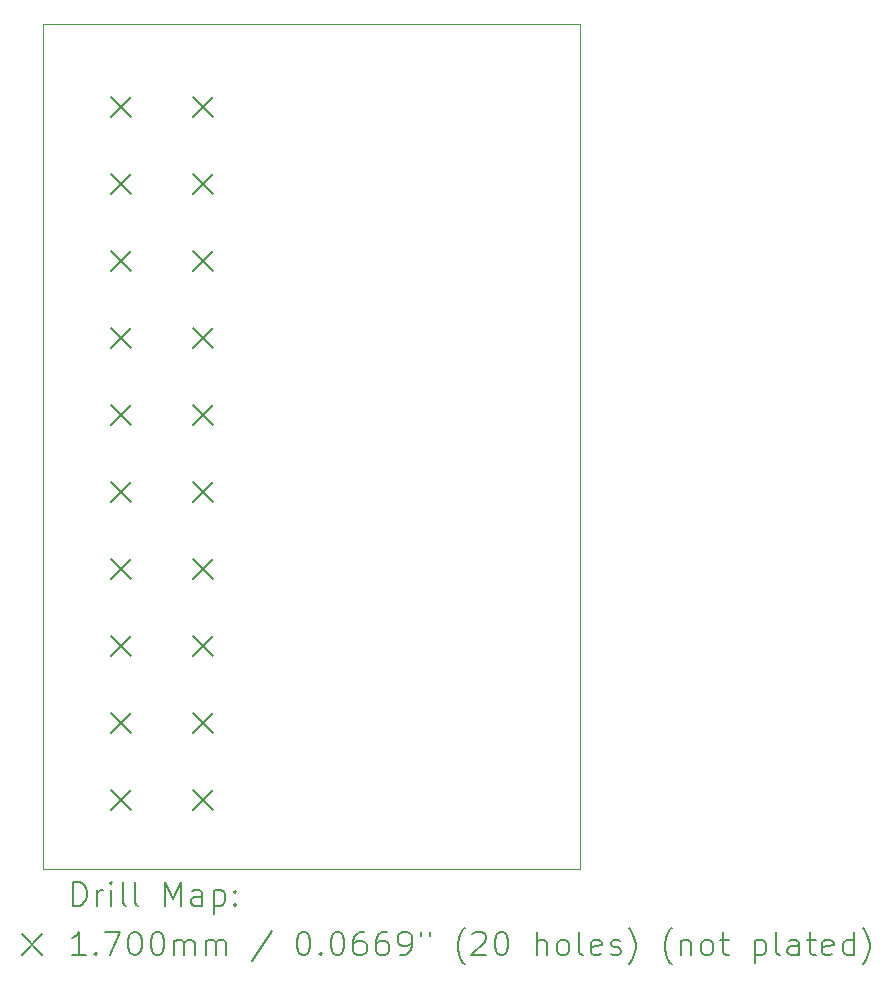
<source format=gbr>
%TF.GenerationSoftware,KiCad,Pcbnew,8.0.1*%
%TF.CreationDate,2024-03-31T18:38:25-05:00*%
%TF.ProjectId,dinoctopus_v2,64696e6f-6374-46f7-9075-735f76322e6b,rev?*%
%TF.SameCoordinates,Original*%
%TF.FileFunction,Drillmap*%
%TF.FilePolarity,Positive*%
%FSLAX45Y45*%
G04 Gerber Fmt 4.5, Leading zero omitted, Abs format (unit mm)*
G04 Created by KiCad (PCBNEW 8.0.1) date 2024-03-31 18:38:25*
%MOMM*%
%LPD*%
G01*
G04 APERTURE LIST*
%ADD10C,0.050000*%
%ADD11C,0.200000*%
%ADD12C,0.170000*%
G04 APERTURE END LIST*
D10*
X2650000Y-2950000D02*
X7200000Y-2950000D01*
X7200000Y-10100000D01*
X2650000Y-10100000D01*
X2650000Y-2950000D01*
D11*
D12*
X3225000Y-3565000D02*
X3395000Y-3735000D01*
X3395000Y-3565000D02*
X3225000Y-3735000D01*
X3225000Y-4217222D02*
X3395000Y-4387222D01*
X3395000Y-4217222D02*
X3225000Y-4387222D01*
X3225000Y-4869444D02*
X3395000Y-5039444D01*
X3395000Y-4869444D02*
X3225000Y-5039444D01*
X3225000Y-5521667D02*
X3395000Y-5691667D01*
X3395000Y-5521667D02*
X3225000Y-5691667D01*
X3225000Y-6173889D02*
X3395000Y-6343889D01*
X3395000Y-6173889D02*
X3225000Y-6343889D01*
X3225000Y-6826111D02*
X3395000Y-6996111D01*
X3395000Y-6826111D02*
X3225000Y-6996111D01*
X3225000Y-7478333D02*
X3395000Y-7648333D01*
X3395000Y-7478333D02*
X3225000Y-7648333D01*
X3225000Y-8130555D02*
X3395000Y-8300555D01*
X3395000Y-8130555D02*
X3225000Y-8300555D01*
X3225000Y-8782778D02*
X3395000Y-8952778D01*
X3395000Y-8782778D02*
X3225000Y-8952778D01*
X3225000Y-9435000D02*
X3395000Y-9605000D01*
X3395000Y-9435000D02*
X3225000Y-9605000D01*
X3925000Y-3565000D02*
X4095000Y-3735000D01*
X4095000Y-3565000D02*
X3925000Y-3735000D01*
X3925000Y-4217222D02*
X4095000Y-4387222D01*
X4095000Y-4217222D02*
X3925000Y-4387222D01*
X3925000Y-4869444D02*
X4095000Y-5039444D01*
X4095000Y-4869444D02*
X3925000Y-5039444D01*
X3925000Y-5521667D02*
X4095000Y-5691667D01*
X4095000Y-5521667D02*
X3925000Y-5691667D01*
X3925000Y-6173889D02*
X4095000Y-6343889D01*
X4095000Y-6173889D02*
X3925000Y-6343889D01*
X3925000Y-6826111D02*
X4095000Y-6996111D01*
X4095000Y-6826111D02*
X3925000Y-6996111D01*
X3925000Y-7478333D02*
X4095000Y-7648333D01*
X4095000Y-7478333D02*
X3925000Y-7648333D01*
X3925000Y-8130555D02*
X4095000Y-8300555D01*
X4095000Y-8130555D02*
X3925000Y-8300555D01*
X3925000Y-8782778D02*
X4095000Y-8952778D01*
X4095000Y-8782778D02*
X3925000Y-8952778D01*
X3925000Y-9435000D02*
X4095000Y-9605000D01*
X4095000Y-9435000D02*
X3925000Y-9605000D01*
D11*
X2908277Y-10413984D02*
X2908277Y-10213984D01*
X2908277Y-10213984D02*
X2955896Y-10213984D01*
X2955896Y-10213984D02*
X2984467Y-10223508D01*
X2984467Y-10223508D02*
X3003515Y-10242555D01*
X3003515Y-10242555D02*
X3013039Y-10261603D01*
X3013039Y-10261603D02*
X3022562Y-10299698D01*
X3022562Y-10299698D02*
X3022562Y-10328270D01*
X3022562Y-10328270D02*
X3013039Y-10366365D01*
X3013039Y-10366365D02*
X3003515Y-10385412D01*
X3003515Y-10385412D02*
X2984467Y-10404460D01*
X2984467Y-10404460D02*
X2955896Y-10413984D01*
X2955896Y-10413984D02*
X2908277Y-10413984D01*
X3108277Y-10413984D02*
X3108277Y-10280650D01*
X3108277Y-10318746D02*
X3117801Y-10299698D01*
X3117801Y-10299698D02*
X3127324Y-10290174D01*
X3127324Y-10290174D02*
X3146372Y-10280650D01*
X3146372Y-10280650D02*
X3165420Y-10280650D01*
X3232086Y-10413984D02*
X3232086Y-10280650D01*
X3232086Y-10213984D02*
X3222562Y-10223508D01*
X3222562Y-10223508D02*
X3232086Y-10233031D01*
X3232086Y-10233031D02*
X3241610Y-10223508D01*
X3241610Y-10223508D02*
X3232086Y-10213984D01*
X3232086Y-10213984D02*
X3232086Y-10233031D01*
X3355896Y-10413984D02*
X3336848Y-10404460D01*
X3336848Y-10404460D02*
X3327324Y-10385412D01*
X3327324Y-10385412D02*
X3327324Y-10213984D01*
X3460658Y-10413984D02*
X3441610Y-10404460D01*
X3441610Y-10404460D02*
X3432086Y-10385412D01*
X3432086Y-10385412D02*
X3432086Y-10213984D01*
X3689229Y-10413984D02*
X3689229Y-10213984D01*
X3689229Y-10213984D02*
X3755896Y-10356841D01*
X3755896Y-10356841D02*
X3822562Y-10213984D01*
X3822562Y-10213984D02*
X3822562Y-10413984D01*
X4003515Y-10413984D02*
X4003515Y-10309222D01*
X4003515Y-10309222D02*
X3993991Y-10290174D01*
X3993991Y-10290174D02*
X3974943Y-10280650D01*
X3974943Y-10280650D02*
X3936848Y-10280650D01*
X3936848Y-10280650D02*
X3917801Y-10290174D01*
X4003515Y-10404460D02*
X3984467Y-10413984D01*
X3984467Y-10413984D02*
X3936848Y-10413984D01*
X3936848Y-10413984D02*
X3917801Y-10404460D01*
X3917801Y-10404460D02*
X3908277Y-10385412D01*
X3908277Y-10385412D02*
X3908277Y-10366365D01*
X3908277Y-10366365D02*
X3917801Y-10347317D01*
X3917801Y-10347317D02*
X3936848Y-10337793D01*
X3936848Y-10337793D02*
X3984467Y-10337793D01*
X3984467Y-10337793D02*
X4003515Y-10328270D01*
X4098753Y-10280650D02*
X4098753Y-10480650D01*
X4098753Y-10290174D02*
X4117801Y-10280650D01*
X4117801Y-10280650D02*
X4155896Y-10280650D01*
X4155896Y-10280650D02*
X4174943Y-10290174D01*
X4174943Y-10290174D02*
X4184467Y-10299698D01*
X4184467Y-10299698D02*
X4193991Y-10318746D01*
X4193991Y-10318746D02*
X4193991Y-10375889D01*
X4193991Y-10375889D02*
X4184467Y-10394936D01*
X4184467Y-10394936D02*
X4174943Y-10404460D01*
X4174943Y-10404460D02*
X4155896Y-10413984D01*
X4155896Y-10413984D02*
X4117801Y-10413984D01*
X4117801Y-10413984D02*
X4098753Y-10404460D01*
X4279705Y-10394936D02*
X4289229Y-10404460D01*
X4289229Y-10404460D02*
X4279705Y-10413984D01*
X4279705Y-10413984D02*
X4270182Y-10404460D01*
X4270182Y-10404460D02*
X4279705Y-10394936D01*
X4279705Y-10394936D02*
X4279705Y-10413984D01*
X4279705Y-10290174D02*
X4289229Y-10299698D01*
X4289229Y-10299698D02*
X4279705Y-10309222D01*
X4279705Y-10309222D02*
X4270182Y-10299698D01*
X4270182Y-10299698D02*
X4279705Y-10290174D01*
X4279705Y-10290174D02*
X4279705Y-10309222D01*
D12*
X2477500Y-10657500D02*
X2647500Y-10827500D01*
X2647500Y-10657500D02*
X2477500Y-10827500D01*
D11*
X3013039Y-10833984D02*
X2898753Y-10833984D01*
X2955896Y-10833984D02*
X2955896Y-10633984D01*
X2955896Y-10633984D02*
X2936848Y-10662555D01*
X2936848Y-10662555D02*
X2917801Y-10681603D01*
X2917801Y-10681603D02*
X2898753Y-10691127D01*
X3098753Y-10814936D02*
X3108277Y-10824460D01*
X3108277Y-10824460D02*
X3098753Y-10833984D01*
X3098753Y-10833984D02*
X3089229Y-10824460D01*
X3089229Y-10824460D02*
X3098753Y-10814936D01*
X3098753Y-10814936D02*
X3098753Y-10833984D01*
X3174943Y-10633984D02*
X3308277Y-10633984D01*
X3308277Y-10633984D02*
X3222562Y-10833984D01*
X3422562Y-10633984D02*
X3441610Y-10633984D01*
X3441610Y-10633984D02*
X3460658Y-10643508D01*
X3460658Y-10643508D02*
X3470182Y-10653031D01*
X3470182Y-10653031D02*
X3479705Y-10672079D01*
X3479705Y-10672079D02*
X3489229Y-10710174D01*
X3489229Y-10710174D02*
X3489229Y-10757793D01*
X3489229Y-10757793D02*
X3479705Y-10795889D01*
X3479705Y-10795889D02*
X3470182Y-10814936D01*
X3470182Y-10814936D02*
X3460658Y-10824460D01*
X3460658Y-10824460D02*
X3441610Y-10833984D01*
X3441610Y-10833984D02*
X3422562Y-10833984D01*
X3422562Y-10833984D02*
X3403515Y-10824460D01*
X3403515Y-10824460D02*
X3393991Y-10814936D01*
X3393991Y-10814936D02*
X3384467Y-10795889D01*
X3384467Y-10795889D02*
X3374943Y-10757793D01*
X3374943Y-10757793D02*
X3374943Y-10710174D01*
X3374943Y-10710174D02*
X3384467Y-10672079D01*
X3384467Y-10672079D02*
X3393991Y-10653031D01*
X3393991Y-10653031D02*
X3403515Y-10643508D01*
X3403515Y-10643508D02*
X3422562Y-10633984D01*
X3613039Y-10633984D02*
X3632086Y-10633984D01*
X3632086Y-10633984D02*
X3651134Y-10643508D01*
X3651134Y-10643508D02*
X3660658Y-10653031D01*
X3660658Y-10653031D02*
X3670182Y-10672079D01*
X3670182Y-10672079D02*
X3679705Y-10710174D01*
X3679705Y-10710174D02*
X3679705Y-10757793D01*
X3679705Y-10757793D02*
X3670182Y-10795889D01*
X3670182Y-10795889D02*
X3660658Y-10814936D01*
X3660658Y-10814936D02*
X3651134Y-10824460D01*
X3651134Y-10824460D02*
X3632086Y-10833984D01*
X3632086Y-10833984D02*
X3613039Y-10833984D01*
X3613039Y-10833984D02*
X3593991Y-10824460D01*
X3593991Y-10824460D02*
X3584467Y-10814936D01*
X3584467Y-10814936D02*
X3574943Y-10795889D01*
X3574943Y-10795889D02*
X3565420Y-10757793D01*
X3565420Y-10757793D02*
X3565420Y-10710174D01*
X3565420Y-10710174D02*
X3574943Y-10672079D01*
X3574943Y-10672079D02*
X3584467Y-10653031D01*
X3584467Y-10653031D02*
X3593991Y-10643508D01*
X3593991Y-10643508D02*
X3613039Y-10633984D01*
X3765420Y-10833984D02*
X3765420Y-10700650D01*
X3765420Y-10719698D02*
X3774943Y-10710174D01*
X3774943Y-10710174D02*
X3793991Y-10700650D01*
X3793991Y-10700650D02*
X3822563Y-10700650D01*
X3822563Y-10700650D02*
X3841610Y-10710174D01*
X3841610Y-10710174D02*
X3851134Y-10729222D01*
X3851134Y-10729222D02*
X3851134Y-10833984D01*
X3851134Y-10729222D02*
X3860658Y-10710174D01*
X3860658Y-10710174D02*
X3879705Y-10700650D01*
X3879705Y-10700650D02*
X3908277Y-10700650D01*
X3908277Y-10700650D02*
X3927324Y-10710174D01*
X3927324Y-10710174D02*
X3936848Y-10729222D01*
X3936848Y-10729222D02*
X3936848Y-10833984D01*
X4032086Y-10833984D02*
X4032086Y-10700650D01*
X4032086Y-10719698D02*
X4041610Y-10710174D01*
X4041610Y-10710174D02*
X4060658Y-10700650D01*
X4060658Y-10700650D02*
X4089229Y-10700650D01*
X4089229Y-10700650D02*
X4108277Y-10710174D01*
X4108277Y-10710174D02*
X4117801Y-10729222D01*
X4117801Y-10729222D02*
X4117801Y-10833984D01*
X4117801Y-10729222D02*
X4127324Y-10710174D01*
X4127324Y-10710174D02*
X4146372Y-10700650D01*
X4146372Y-10700650D02*
X4174943Y-10700650D01*
X4174943Y-10700650D02*
X4193991Y-10710174D01*
X4193991Y-10710174D02*
X4203515Y-10729222D01*
X4203515Y-10729222D02*
X4203515Y-10833984D01*
X4593991Y-10624460D02*
X4422563Y-10881603D01*
X4851134Y-10633984D02*
X4870182Y-10633984D01*
X4870182Y-10633984D02*
X4889229Y-10643508D01*
X4889229Y-10643508D02*
X4898753Y-10653031D01*
X4898753Y-10653031D02*
X4908277Y-10672079D01*
X4908277Y-10672079D02*
X4917801Y-10710174D01*
X4917801Y-10710174D02*
X4917801Y-10757793D01*
X4917801Y-10757793D02*
X4908277Y-10795889D01*
X4908277Y-10795889D02*
X4898753Y-10814936D01*
X4898753Y-10814936D02*
X4889229Y-10824460D01*
X4889229Y-10824460D02*
X4870182Y-10833984D01*
X4870182Y-10833984D02*
X4851134Y-10833984D01*
X4851134Y-10833984D02*
X4832087Y-10824460D01*
X4832087Y-10824460D02*
X4822563Y-10814936D01*
X4822563Y-10814936D02*
X4813039Y-10795889D01*
X4813039Y-10795889D02*
X4803515Y-10757793D01*
X4803515Y-10757793D02*
X4803515Y-10710174D01*
X4803515Y-10710174D02*
X4813039Y-10672079D01*
X4813039Y-10672079D02*
X4822563Y-10653031D01*
X4822563Y-10653031D02*
X4832087Y-10643508D01*
X4832087Y-10643508D02*
X4851134Y-10633984D01*
X5003515Y-10814936D02*
X5013039Y-10824460D01*
X5013039Y-10824460D02*
X5003515Y-10833984D01*
X5003515Y-10833984D02*
X4993991Y-10824460D01*
X4993991Y-10824460D02*
X5003515Y-10814936D01*
X5003515Y-10814936D02*
X5003515Y-10833984D01*
X5136848Y-10633984D02*
X5155896Y-10633984D01*
X5155896Y-10633984D02*
X5174944Y-10643508D01*
X5174944Y-10643508D02*
X5184468Y-10653031D01*
X5184468Y-10653031D02*
X5193991Y-10672079D01*
X5193991Y-10672079D02*
X5203515Y-10710174D01*
X5203515Y-10710174D02*
X5203515Y-10757793D01*
X5203515Y-10757793D02*
X5193991Y-10795889D01*
X5193991Y-10795889D02*
X5184468Y-10814936D01*
X5184468Y-10814936D02*
X5174944Y-10824460D01*
X5174944Y-10824460D02*
X5155896Y-10833984D01*
X5155896Y-10833984D02*
X5136848Y-10833984D01*
X5136848Y-10833984D02*
X5117801Y-10824460D01*
X5117801Y-10824460D02*
X5108277Y-10814936D01*
X5108277Y-10814936D02*
X5098753Y-10795889D01*
X5098753Y-10795889D02*
X5089229Y-10757793D01*
X5089229Y-10757793D02*
X5089229Y-10710174D01*
X5089229Y-10710174D02*
X5098753Y-10672079D01*
X5098753Y-10672079D02*
X5108277Y-10653031D01*
X5108277Y-10653031D02*
X5117801Y-10643508D01*
X5117801Y-10643508D02*
X5136848Y-10633984D01*
X5374944Y-10633984D02*
X5336848Y-10633984D01*
X5336848Y-10633984D02*
X5317801Y-10643508D01*
X5317801Y-10643508D02*
X5308277Y-10653031D01*
X5308277Y-10653031D02*
X5289229Y-10681603D01*
X5289229Y-10681603D02*
X5279706Y-10719698D01*
X5279706Y-10719698D02*
X5279706Y-10795889D01*
X5279706Y-10795889D02*
X5289229Y-10814936D01*
X5289229Y-10814936D02*
X5298753Y-10824460D01*
X5298753Y-10824460D02*
X5317801Y-10833984D01*
X5317801Y-10833984D02*
X5355896Y-10833984D01*
X5355896Y-10833984D02*
X5374944Y-10824460D01*
X5374944Y-10824460D02*
X5384468Y-10814936D01*
X5384468Y-10814936D02*
X5393991Y-10795889D01*
X5393991Y-10795889D02*
X5393991Y-10748270D01*
X5393991Y-10748270D02*
X5384468Y-10729222D01*
X5384468Y-10729222D02*
X5374944Y-10719698D01*
X5374944Y-10719698D02*
X5355896Y-10710174D01*
X5355896Y-10710174D02*
X5317801Y-10710174D01*
X5317801Y-10710174D02*
X5298753Y-10719698D01*
X5298753Y-10719698D02*
X5289229Y-10729222D01*
X5289229Y-10729222D02*
X5279706Y-10748270D01*
X5565420Y-10633984D02*
X5527325Y-10633984D01*
X5527325Y-10633984D02*
X5508277Y-10643508D01*
X5508277Y-10643508D02*
X5498753Y-10653031D01*
X5498753Y-10653031D02*
X5479706Y-10681603D01*
X5479706Y-10681603D02*
X5470182Y-10719698D01*
X5470182Y-10719698D02*
X5470182Y-10795889D01*
X5470182Y-10795889D02*
X5479706Y-10814936D01*
X5479706Y-10814936D02*
X5489229Y-10824460D01*
X5489229Y-10824460D02*
X5508277Y-10833984D01*
X5508277Y-10833984D02*
X5546372Y-10833984D01*
X5546372Y-10833984D02*
X5565420Y-10824460D01*
X5565420Y-10824460D02*
X5574944Y-10814936D01*
X5574944Y-10814936D02*
X5584468Y-10795889D01*
X5584468Y-10795889D02*
X5584468Y-10748270D01*
X5584468Y-10748270D02*
X5574944Y-10729222D01*
X5574944Y-10729222D02*
X5565420Y-10719698D01*
X5565420Y-10719698D02*
X5546372Y-10710174D01*
X5546372Y-10710174D02*
X5508277Y-10710174D01*
X5508277Y-10710174D02*
X5489229Y-10719698D01*
X5489229Y-10719698D02*
X5479706Y-10729222D01*
X5479706Y-10729222D02*
X5470182Y-10748270D01*
X5679706Y-10833984D02*
X5717801Y-10833984D01*
X5717801Y-10833984D02*
X5736848Y-10824460D01*
X5736848Y-10824460D02*
X5746372Y-10814936D01*
X5746372Y-10814936D02*
X5765420Y-10786365D01*
X5765420Y-10786365D02*
X5774944Y-10748270D01*
X5774944Y-10748270D02*
X5774944Y-10672079D01*
X5774944Y-10672079D02*
X5765420Y-10653031D01*
X5765420Y-10653031D02*
X5755896Y-10643508D01*
X5755896Y-10643508D02*
X5736848Y-10633984D01*
X5736848Y-10633984D02*
X5698753Y-10633984D01*
X5698753Y-10633984D02*
X5679706Y-10643508D01*
X5679706Y-10643508D02*
X5670182Y-10653031D01*
X5670182Y-10653031D02*
X5660658Y-10672079D01*
X5660658Y-10672079D02*
X5660658Y-10719698D01*
X5660658Y-10719698D02*
X5670182Y-10738746D01*
X5670182Y-10738746D02*
X5679706Y-10748270D01*
X5679706Y-10748270D02*
X5698753Y-10757793D01*
X5698753Y-10757793D02*
X5736848Y-10757793D01*
X5736848Y-10757793D02*
X5755896Y-10748270D01*
X5755896Y-10748270D02*
X5765420Y-10738746D01*
X5765420Y-10738746D02*
X5774944Y-10719698D01*
X5851134Y-10633984D02*
X5851134Y-10672079D01*
X5927325Y-10633984D02*
X5927325Y-10672079D01*
X6222563Y-10910174D02*
X6213039Y-10900650D01*
X6213039Y-10900650D02*
X6193991Y-10872079D01*
X6193991Y-10872079D02*
X6184468Y-10853031D01*
X6184468Y-10853031D02*
X6174944Y-10824460D01*
X6174944Y-10824460D02*
X6165420Y-10776841D01*
X6165420Y-10776841D02*
X6165420Y-10738746D01*
X6165420Y-10738746D02*
X6174944Y-10691127D01*
X6174944Y-10691127D02*
X6184468Y-10662555D01*
X6184468Y-10662555D02*
X6193991Y-10643508D01*
X6193991Y-10643508D02*
X6213039Y-10614936D01*
X6213039Y-10614936D02*
X6222563Y-10605412D01*
X6289229Y-10653031D02*
X6298753Y-10643508D01*
X6298753Y-10643508D02*
X6317801Y-10633984D01*
X6317801Y-10633984D02*
X6365420Y-10633984D01*
X6365420Y-10633984D02*
X6384468Y-10643508D01*
X6384468Y-10643508D02*
X6393991Y-10653031D01*
X6393991Y-10653031D02*
X6403515Y-10672079D01*
X6403515Y-10672079D02*
X6403515Y-10691127D01*
X6403515Y-10691127D02*
X6393991Y-10719698D01*
X6393991Y-10719698D02*
X6279706Y-10833984D01*
X6279706Y-10833984D02*
X6403515Y-10833984D01*
X6527325Y-10633984D02*
X6546372Y-10633984D01*
X6546372Y-10633984D02*
X6565420Y-10643508D01*
X6565420Y-10643508D02*
X6574944Y-10653031D01*
X6574944Y-10653031D02*
X6584468Y-10672079D01*
X6584468Y-10672079D02*
X6593991Y-10710174D01*
X6593991Y-10710174D02*
X6593991Y-10757793D01*
X6593991Y-10757793D02*
X6584468Y-10795889D01*
X6584468Y-10795889D02*
X6574944Y-10814936D01*
X6574944Y-10814936D02*
X6565420Y-10824460D01*
X6565420Y-10824460D02*
X6546372Y-10833984D01*
X6546372Y-10833984D02*
X6527325Y-10833984D01*
X6527325Y-10833984D02*
X6508277Y-10824460D01*
X6508277Y-10824460D02*
X6498753Y-10814936D01*
X6498753Y-10814936D02*
X6489229Y-10795889D01*
X6489229Y-10795889D02*
X6479706Y-10757793D01*
X6479706Y-10757793D02*
X6479706Y-10710174D01*
X6479706Y-10710174D02*
X6489229Y-10672079D01*
X6489229Y-10672079D02*
X6498753Y-10653031D01*
X6498753Y-10653031D02*
X6508277Y-10643508D01*
X6508277Y-10643508D02*
X6527325Y-10633984D01*
X6832087Y-10833984D02*
X6832087Y-10633984D01*
X6917801Y-10833984D02*
X6917801Y-10729222D01*
X6917801Y-10729222D02*
X6908277Y-10710174D01*
X6908277Y-10710174D02*
X6889230Y-10700650D01*
X6889230Y-10700650D02*
X6860658Y-10700650D01*
X6860658Y-10700650D02*
X6841610Y-10710174D01*
X6841610Y-10710174D02*
X6832087Y-10719698D01*
X7041610Y-10833984D02*
X7022563Y-10824460D01*
X7022563Y-10824460D02*
X7013039Y-10814936D01*
X7013039Y-10814936D02*
X7003515Y-10795889D01*
X7003515Y-10795889D02*
X7003515Y-10738746D01*
X7003515Y-10738746D02*
X7013039Y-10719698D01*
X7013039Y-10719698D02*
X7022563Y-10710174D01*
X7022563Y-10710174D02*
X7041610Y-10700650D01*
X7041610Y-10700650D02*
X7070182Y-10700650D01*
X7070182Y-10700650D02*
X7089230Y-10710174D01*
X7089230Y-10710174D02*
X7098753Y-10719698D01*
X7098753Y-10719698D02*
X7108277Y-10738746D01*
X7108277Y-10738746D02*
X7108277Y-10795889D01*
X7108277Y-10795889D02*
X7098753Y-10814936D01*
X7098753Y-10814936D02*
X7089230Y-10824460D01*
X7089230Y-10824460D02*
X7070182Y-10833984D01*
X7070182Y-10833984D02*
X7041610Y-10833984D01*
X7222563Y-10833984D02*
X7203515Y-10824460D01*
X7203515Y-10824460D02*
X7193991Y-10805412D01*
X7193991Y-10805412D02*
X7193991Y-10633984D01*
X7374944Y-10824460D02*
X7355896Y-10833984D01*
X7355896Y-10833984D02*
X7317801Y-10833984D01*
X7317801Y-10833984D02*
X7298753Y-10824460D01*
X7298753Y-10824460D02*
X7289230Y-10805412D01*
X7289230Y-10805412D02*
X7289230Y-10729222D01*
X7289230Y-10729222D02*
X7298753Y-10710174D01*
X7298753Y-10710174D02*
X7317801Y-10700650D01*
X7317801Y-10700650D02*
X7355896Y-10700650D01*
X7355896Y-10700650D02*
X7374944Y-10710174D01*
X7374944Y-10710174D02*
X7384468Y-10729222D01*
X7384468Y-10729222D02*
X7384468Y-10748270D01*
X7384468Y-10748270D02*
X7289230Y-10767317D01*
X7460658Y-10824460D02*
X7479706Y-10833984D01*
X7479706Y-10833984D02*
X7517801Y-10833984D01*
X7517801Y-10833984D02*
X7536849Y-10824460D01*
X7536849Y-10824460D02*
X7546372Y-10805412D01*
X7546372Y-10805412D02*
X7546372Y-10795889D01*
X7546372Y-10795889D02*
X7536849Y-10776841D01*
X7536849Y-10776841D02*
X7517801Y-10767317D01*
X7517801Y-10767317D02*
X7489230Y-10767317D01*
X7489230Y-10767317D02*
X7470182Y-10757793D01*
X7470182Y-10757793D02*
X7460658Y-10738746D01*
X7460658Y-10738746D02*
X7460658Y-10729222D01*
X7460658Y-10729222D02*
X7470182Y-10710174D01*
X7470182Y-10710174D02*
X7489230Y-10700650D01*
X7489230Y-10700650D02*
X7517801Y-10700650D01*
X7517801Y-10700650D02*
X7536849Y-10710174D01*
X7613039Y-10910174D02*
X7622563Y-10900650D01*
X7622563Y-10900650D02*
X7641611Y-10872079D01*
X7641611Y-10872079D02*
X7651134Y-10853031D01*
X7651134Y-10853031D02*
X7660658Y-10824460D01*
X7660658Y-10824460D02*
X7670182Y-10776841D01*
X7670182Y-10776841D02*
X7670182Y-10738746D01*
X7670182Y-10738746D02*
X7660658Y-10691127D01*
X7660658Y-10691127D02*
X7651134Y-10662555D01*
X7651134Y-10662555D02*
X7641611Y-10643508D01*
X7641611Y-10643508D02*
X7622563Y-10614936D01*
X7622563Y-10614936D02*
X7613039Y-10605412D01*
X7974944Y-10910174D02*
X7965420Y-10900650D01*
X7965420Y-10900650D02*
X7946372Y-10872079D01*
X7946372Y-10872079D02*
X7936849Y-10853031D01*
X7936849Y-10853031D02*
X7927325Y-10824460D01*
X7927325Y-10824460D02*
X7917801Y-10776841D01*
X7917801Y-10776841D02*
X7917801Y-10738746D01*
X7917801Y-10738746D02*
X7927325Y-10691127D01*
X7927325Y-10691127D02*
X7936849Y-10662555D01*
X7936849Y-10662555D02*
X7946372Y-10643508D01*
X7946372Y-10643508D02*
X7965420Y-10614936D01*
X7965420Y-10614936D02*
X7974944Y-10605412D01*
X8051134Y-10700650D02*
X8051134Y-10833984D01*
X8051134Y-10719698D02*
X8060658Y-10710174D01*
X8060658Y-10710174D02*
X8079706Y-10700650D01*
X8079706Y-10700650D02*
X8108277Y-10700650D01*
X8108277Y-10700650D02*
X8127325Y-10710174D01*
X8127325Y-10710174D02*
X8136849Y-10729222D01*
X8136849Y-10729222D02*
X8136849Y-10833984D01*
X8260658Y-10833984D02*
X8241611Y-10824460D01*
X8241611Y-10824460D02*
X8232087Y-10814936D01*
X8232087Y-10814936D02*
X8222563Y-10795889D01*
X8222563Y-10795889D02*
X8222563Y-10738746D01*
X8222563Y-10738746D02*
X8232087Y-10719698D01*
X8232087Y-10719698D02*
X8241611Y-10710174D01*
X8241611Y-10710174D02*
X8260658Y-10700650D01*
X8260658Y-10700650D02*
X8289230Y-10700650D01*
X8289230Y-10700650D02*
X8308277Y-10710174D01*
X8308277Y-10710174D02*
X8317801Y-10719698D01*
X8317801Y-10719698D02*
X8327325Y-10738746D01*
X8327325Y-10738746D02*
X8327325Y-10795889D01*
X8327325Y-10795889D02*
X8317801Y-10814936D01*
X8317801Y-10814936D02*
X8308277Y-10824460D01*
X8308277Y-10824460D02*
X8289230Y-10833984D01*
X8289230Y-10833984D02*
X8260658Y-10833984D01*
X8384468Y-10700650D02*
X8460658Y-10700650D01*
X8413039Y-10633984D02*
X8413039Y-10805412D01*
X8413039Y-10805412D02*
X8422563Y-10824460D01*
X8422563Y-10824460D02*
X8441611Y-10833984D01*
X8441611Y-10833984D02*
X8460658Y-10833984D01*
X8679706Y-10700650D02*
X8679706Y-10900650D01*
X8679706Y-10710174D02*
X8698754Y-10700650D01*
X8698754Y-10700650D02*
X8736849Y-10700650D01*
X8736849Y-10700650D02*
X8755896Y-10710174D01*
X8755896Y-10710174D02*
X8765420Y-10719698D01*
X8765420Y-10719698D02*
X8774944Y-10738746D01*
X8774944Y-10738746D02*
X8774944Y-10795889D01*
X8774944Y-10795889D02*
X8765420Y-10814936D01*
X8765420Y-10814936D02*
X8755896Y-10824460D01*
X8755896Y-10824460D02*
X8736849Y-10833984D01*
X8736849Y-10833984D02*
X8698754Y-10833984D01*
X8698754Y-10833984D02*
X8679706Y-10824460D01*
X8889230Y-10833984D02*
X8870182Y-10824460D01*
X8870182Y-10824460D02*
X8860658Y-10805412D01*
X8860658Y-10805412D02*
X8860658Y-10633984D01*
X9051135Y-10833984D02*
X9051135Y-10729222D01*
X9051135Y-10729222D02*
X9041611Y-10710174D01*
X9041611Y-10710174D02*
X9022563Y-10700650D01*
X9022563Y-10700650D02*
X8984468Y-10700650D01*
X8984468Y-10700650D02*
X8965420Y-10710174D01*
X9051135Y-10824460D02*
X9032087Y-10833984D01*
X9032087Y-10833984D02*
X8984468Y-10833984D01*
X8984468Y-10833984D02*
X8965420Y-10824460D01*
X8965420Y-10824460D02*
X8955896Y-10805412D01*
X8955896Y-10805412D02*
X8955896Y-10786365D01*
X8955896Y-10786365D02*
X8965420Y-10767317D01*
X8965420Y-10767317D02*
X8984468Y-10757793D01*
X8984468Y-10757793D02*
X9032087Y-10757793D01*
X9032087Y-10757793D02*
X9051135Y-10748270D01*
X9117801Y-10700650D02*
X9193992Y-10700650D01*
X9146373Y-10633984D02*
X9146373Y-10805412D01*
X9146373Y-10805412D02*
X9155896Y-10824460D01*
X9155896Y-10824460D02*
X9174944Y-10833984D01*
X9174944Y-10833984D02*
X9193992Y-10833984D01*
X9336849Y-10824460D02*
X9317801Y-10833984D01*
X9317801Y-10833984D02*
X9279706Y-10833984D01*
X9279706Y-10833984D02*
X9260658Y-10824460D01*
X9260658Y-10824460D02*
X9251135Y-10805412D01*
X9251135Y-10805412D02*
X9251135Y-10729222D01*
X9251135Y-10729222D02*
X9260658Y-10710174D01*
X9260658Y-10710174D02*
X9279706Y-10700650D01*
X9279706Y-10700650D02*
X9317801Y-10700650D01*
X9317801Y-10700650D02*
X9336849Y-10710174D01*
X9336849Y-10710174D02*
X9346373Y-10729222D01*
X9346373Y-10729222D02*
X9346373Y-10748270D01*
X9346373Y-10748270D02*
X9251135Y-10767317D01*
X9517801Y-10833984D02*
X9517801Y-10633984D01*
X9517801Y-10824460D02*
X9498754Y-10833984D01*
X9498754Y-10833984D02*
X9460658Y-10833984D01*
X9460658Y-10833984D02*
X9441611Y-10824460D01*
X9441611Y-10824460D02*
X9432087Y-10814936D01*
X9432087Y-10814936D02*
X9422563Y-10795889D01*
X9422563Y-10795889D02*
X9422563Y-10738746D01*
X9422563Y-10738746D02*
X9432087Y-10719698D01*
X9432087Y-10719698D02*
X9441611Y-10710174D01*
X9441611Y-10710174D02*
X9460658Y-10700650D01*
X9460658Y-10700650D02*
X9498754Y-10700650D01*
X9498754Y-10700650D02*
X9517801Y-10710174D01*
X9593992Y-10910174D02*
X9603516Y-10900650D01*
X9603516Y-10900650D02*
X9622563Y-10872079D01*
X9622563Y-10872079D02*
X9632087Y-10853031D01*
X9632087Y-10853031D02*
X9641611Y-10824460D01*
X9641611Y-10824460D02*
X9651135Y-10776841D01*
X9651135Y-10776841D02*
X9651135Y-10738746D01*
X9651135Y-10738746D02*
X9641611Y-10691127D01*
X9641611Y-10691127D02*
X9632087Y-10662555D01*
X9632087Y-10662555D02*
X9622563Y-10643508D01*
X9622563Y-10643508D02*
X9603516Y-10614936D01*
X9603516Y-10614936D02*
X9593992Y-10605412D01*
M02*

</source>
